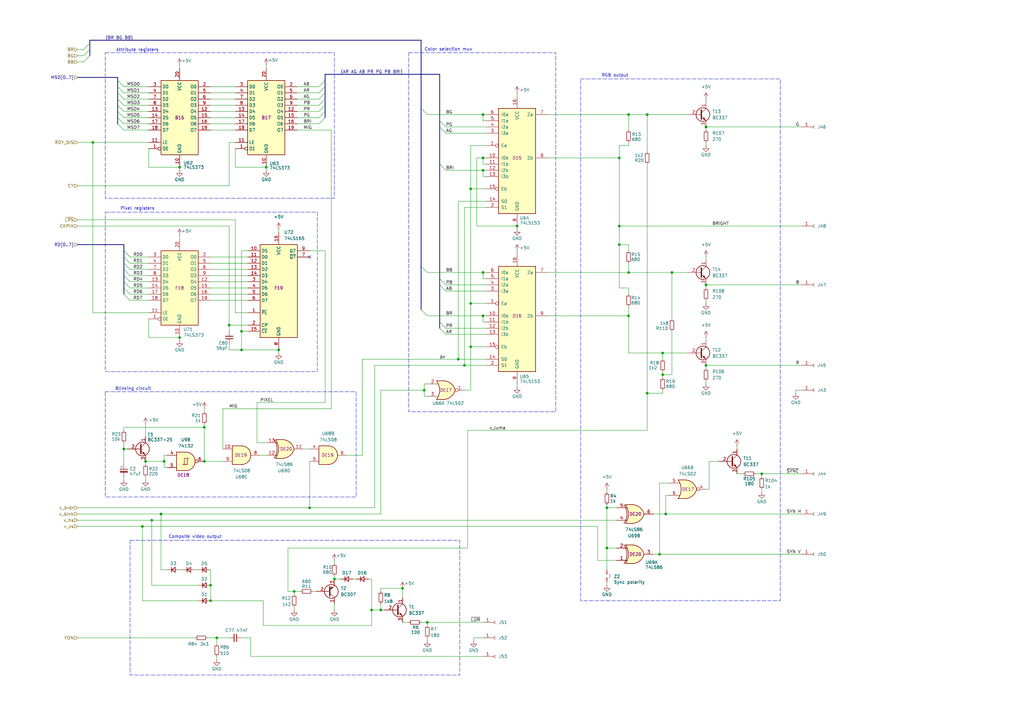
<source format=kicad_sch>
(kicad_sch (version 20231120) (generator "eeschema") (generator_version "8.0")
  (paper "A3")
  (title_block (title "Elwro 800 Junior Rev C - video output") (company "Przemysław Węgrzyn <pwegrzyn@codepainters.com>"))
  (junction (at 66.04 210.82))
  (junction (at 127 208.28))
  (junction (at 275.59 111.76))
  (junction (at 198.12 111.76))
  (junction (at 73.66 138.43))
  (junction (at 257.81 46.99))
  (junction (at 273.05 210.82))
  (junction (at 62.23 213.36))
  (junction (at 175.26 255.27))
  (junction (at 248.92 224.79))
  (junction (at 289.56 116.84))
  (junction (at 193.04 142.24))
  (junction (at 254 64.77))
  (junction (at 67.31 189.23))
  (junction (at 58.42 215.9))
  (junction (at 165.1 241.3))
  (junction (at 193.04 124.46))
  (junction (at 254 100.33))
  (junction (at 99.06 143.51))
  (junction (at 257.81 129.54))
  (junction (at 198.12 64.77))
  (junction (at 99.06 135.89))
  (junction (at 289.56 52.07))
  (junction (at 270.51 227.33))
  (junction (at 83.82 175.26))
  (junction (at 265.43 46.99))
  (junction (at 156.21 250.19))
  (junction (at 187.96 147.32))
  (junction (at 38.1 58.42))
  (junction (at 254 92.71))
  (junction (at 193.04 77.47))
  (junction (at 198.12 129.54))
  (junction (at 271.78 153.67))
  (junction (at 109.22 68.58))
  (junction (at 265.43 161.29))
  (junction (at 114.3 143.51))
  (junction (at 289.56 149.86))
  (junction (at 137.16 237.49))
  (junction (at 212.09 92.71))
  (junction (at 93.98 133.35))
  (junction (at 120.65 242.57))
  (junction (at 86.36 240.03))
  (junction (at 152.4 250.19))
  (junction (at 312.42 194.31))
  (junction (at 190.5 149.86))
  (junction (at 198.12 69.85))
  (junction (at 86.36 246.38))
  (junction (at 73.66 68.58))
  (junction (at 83.82 189.23))
  (junction (at 198.12 46.99))
  (junction (at 59.69 189.23))
  (junction (at 50.8 184.15))
  (junction (at 88.9 261.62))
  (junction (at 248.92 208.28))
  (junction (at 173.99 160.02))
  (junction (at 271.78 144.78))
  (junction (at 257.81 111.76))
  (no_connect (at 127 105.41))
  (bus_entry (at 130.81 38.1) (size 2.54 -2.54))
  (bus_entry (at 130.81 43.18) (size 2.54 -2.54))
  (bus_entry (at 53.34 115.57) (size -2.54 -2.54))
  (bus_entry (at 130.81 50.8) (size 2.54 -2.54))
  (bus_entry (at 48.26 48.26) (size 2.54 2.54))
  (bus_entry (at 130.81 35.56) (size 2.54 -2.54))
  (bus_entry (at 48.26 38.1) (size 2.54 2.54))
  (bus_entry (at 53.34 123.19) (size -2.54 -2.54))
  (bus_entry (at 182.88 137.16) (size -2.54 -2.54))
  (bus_entry (at 172.72 44.45) (size 2.54 2.54))
  (bus_entry (at 48.26 45.72) (size 2.54 2.54))
  (bus_entry (at 182.88 69.85) (size -2.54 -2.54))
  (bus_entry (at 53.34 113.03) (size -2.54 -2.54))
  (bus_entry (at 48.26 50.8) (size 2.54 2.54))
  (bus_entry (at 48.26 40.64) (size 2.54 2.54))
  (bus_entry (at 182.88 116.84) (size -2.54 -2.54))
  (bus_entry (at 182.88 134.62) (size -2.54 -2.54))
  (bus_entry (at 130.81 48.26) (size 2.54 -2.54))
  (bus_entry (at 182.88 52.07) (size -2.54 -2.54))
  (bus_entry (at 172.72 109.22) (size 2.54 2.54))
  (bus_entry (at 53.34 105.41) (size -2.54 -2.54))
  (bus_entry (at 34.29 25.4) (size 2.54 -2.54))
  (bus_entry (at 53.34 118.11) (size -2.54 -2.54))
  (bus_entry (at 53.34 120.65) (size -2.54 -2.54))
  (bus_entry (at 53.34 110.49) (size -2.54 -2.54))
  (bus_entry (at 48.26 33.02) (size 2.54 2.54))
  (bus_entry (at 130.81 40.64) (size 2.54 -2.54))
  (bus_entry (at 182.88 54.61) (size -2.54 -2.54))
  (bus_entry (at 53.34 107.95) (size -2.54 -2.54))
  (bus_entry (at 172.72 127) (size 2.54 2.54))
  (bus_entry (at 182.88 119.38) (size -2.54 -2.54))
  (bus_entry (at 48.26 43.18) (size 2.54 2.54))
  (bus_entry (at 48.26 35.56) (size 2.54 2.54))
  (bus_entry (at 130.81 45.72) (size 2.54 -2.54))
  (bus_entry (at 34.29 20.32) (size 2.54 -2.54))
  (bus_entry (at 34.29 22.86) (size 2.54 -2.54))
  (wire (pts (xy 53.34 120.65) (xy 60.96 120.65)))
  (wire (pts (xy 156.21 241.3) (xy 165.1 241.3)))
  (wire (pts (xy 198.12 72.39) (xy 199.39 72.39)))
  (wire (pts (xy 127 189.23) (xy 127 208.28)))
  (wire (pts (xy 198.12 111.76) (xy 199.39 111.76)))
  (wire (pts (xy 86.36 110.49) (xy 101.6 110.49)))
  (wire (pts (xy 193.04 59.69) (xy 193.04 77.47)))
  (wire (pts (xy 312.42 200.66) (xy 312.42 201.93)))
  (wire (pts (xy 50.8 48.26) (xy 60.96 48.26)))
  (wire (pts (xy 83.82 175.26) (xy 83.82 189.23)))
  (bus (pts (xy 36.83 17.78) (xy 36.83 16.51)))
  (wire (pts (xy 120.65 248.92) (xy 120.65 250.19)))
  (bus (pts (xy 48.26 33.02) (xy 48.26 31.75)))
  (wire (pts (xy 289.56 105.41) (xy 289.56 106.68)))
  (wire (pts (xy 31.75 90.17) (xy 96.52 90.17)))
  (wire (pts (xy 53.34 105.41) (xy 60.96 105.41)))
  (wire (pts (xy 152.4 250.19) (xy 152.4 237.49)))
  (wire (pts (xy 96.52 58.42) (xy 93.98 58.42)))
  (wire (pts (xy 175.26 261.62) (xy 175.26 262.89)))
  (wire (pts (xy 50.8 50.8) (xy 60.96 50.8)))
  (bus (pts (xy 48.26 43.18) (xy 48.26 40.64)))
  (wire (pts (xy 248.92 207.01) (xy 248.92 208.28)))
  (wire (pts (xy 302.26 194.31) (xy 304.8 194.31)))
  (wire (pts (xy 86.36 118.11) (xy 101.6 118.11)))
  (wire (pts (xy 50.8 35.56) (xy 60.96 35.56)))
  (wire (pts (xy 193.04 142.24) (xy 193.04 124.46)))
  (wire (pts (xy 224.79 46.99) (xy 257.81 46.99)))
  (wire (pts (xy 257.81 129.54) (xy 257.81 125.73)))
  (wire (pts (xy 248.92 200.66) (xy 248.92 201.93)))
  (wire (pts (xy 191.77 224.79) (xy 191.77 176.53)))
  (wire (pts (xy 93.98 135.89) (xy 93.98 133.35)))
  (wire (pts (xy 274.32 198.12) (xy 270.51 198.12)))
  (wire (pts (xy 38.1 58.42) (xy 38.1 128.27)))
  (bus (pts (xy 50.8 102.87) (xy 50.8 100.33)))
  (wire (pts (xy 152.4 237.49) (xy 151.13 237.49)))
  (wire (pts (xy 257.81 46.99) (xy 265.43 46.99)))
  (wire (pts (xy 289.56 52.07) (xy 328.93 52.07)))
  (wire (pts (xy 109.22 26.67) (xy 109.22 27.94)))
  (wire (pts (xy 86.36 40.64) (xy 96.52 40.64)))
  (wire (pts (xy 86.36 45.72) (xy 96.52 45.72)))
  (wire (pts (xy 326.39 161.29) (xy 326.39 160.02)))
  (wire (pts (xy 267.97 210.82) (xy 273.05 210.82)))
  (wire (pts (xy 50.8 43.18) (xy 60.96 43.18)))
  (wire (pts (xy 257.81 144.78) (xy 271.78 144.78)))
  (wire (pts (xy 190.5 149.86) (xy 199.39 149.86)))
  (wire (pts (xy 121.92 45.72) (xy 130.81 45.72)))
  (wire (pts (xy 289.56 138.43) (xy 289.56 139.7)))
  (wire (pts (xy 107.95 256.54) (xy 152.4 256.54)))
  (wire (pts (xy 289.56 149.86) (xy 328.93 149.86)))
  (wire (pts (xy 289.56 58.42) (xy 289.56 59.69)))
  (wire (pts (xy 156.21 242.57) (xy 156.21 241.3)))
  (wire (pts (xy 182.88 134.62) (xy 199.39 134.62)))
  (wire (pts (xy 73.66 68.58) (xy 73.66 69.85)))
  (wire (pts (xy 121.92 48.26) (xy 130.81 48.26)))
  (wire (pts (xy 157.48 250.19) (xy 156.21 250.19)))
  (wire (pts (xy 124.46 184.15) (xy 127 184.15)))
  (wire (pts (xy 88.9 269.24) (xy 88.9 270.51)))
  (wire (pts (xy 128.27 242.57) (xy 129.54 242.57)))
  (wire (pts (xy 109.22 181.61) (xy 105.41 181.61)))
  (bus (pts (xy 133.35 30.48) (xy 133.35 33.02)))
  (bus (pts (xy 50.8 115.57) (xy 50.8 113.03)))
  (wire (pts (xy 50.8 184.15) (xy 52.07 184.15)))
  (wire (pts (xy 273.05 210.82) (xy 328.93 210.82)))
  (bus (pts (xy 50.8 105.41) (xy 50.8 102.87)))
  (wire (pts (xy 99.06 135.89) (xy 99.06 143.51)))
  (wire (pts (xy 182.88 137.16) (xy 199.39 137.16)))
  (wire (pts (xy 257.81 53.34) (xy 257.81 46.99)))
  (wire (pts (xy 105.41 181.61) (xy 105.41 165.1)))
  (wire (pts (xy 198.12 132.08) (xy 199.39 132.08)))
  (bus (pts (xy 31.75 31.75) (xy 48.26 31.75)))
  (bus (pts (xy 172.72 109.22) (xy 172.72 127)))
  (wire (pts (xy 152.4 250.19) (xy 156.21 250.19)))
  (wire (pts (xy 270.51 227.33) (xy 328.93 227.33)))
  (wire (pts (xy 102.87 269.24) (xy 198.12 269.24)))
  (bus (pts (xy 180.34 52.07) (xy 180.34 49.53)))
  (wire (pts (xy 83.82 167.64) (xy 83.82 168.91)))
  (wire (pts (xy 91.44 167.64) (xy 91.44 184.15)))
  (wire (pts (xy 190.5 85.09) (xy 199.39 85.09)))
  (wire (pts (xy 60.96 130.81) (xy 60.96 138.43)))
  (bus (pts (xy 180.34 132.08) (xy 180.34 116.84)))
  (wire (pts (xy 257.81 118.11) (xy 254 118.11)))
  (wire (pts (xy 187.96 147.32) (xy 199.39 147.32)))
  (wire (pts (xy 275.59 111.76) (xy 281.94 111.76)))
  (wire (pts (xy 120.65 242.57) (xy 118.11 242.57)))
  (wire (pts (xy 175.26 46.99) (xy 198.12 46.99)))
  (wire (pts (xy 271.78 144.78) (xy 271.78 147.32)))
  (wire (pts (xy 198.12 64.77) (xy 195.58 64.77)))
  (wire (pts (xy 59.69 195.58) (xy 59.69 196.85)))
  (wire (pts (xy 270.51 198.12) (xy 270.51 227.33)))
  (wire (pts (xy 118.11 224.79) (xy 191.77 224.79)))
  (wire (pts (xy 121.92 38.1) (xy 130.81 38.1)))
  (wire (pts (xy 165.1 255.27) (xy 167.64 255.27)))
  (wire (pts (xy 153.67 149.86) (xy 153.67 208.28)))
  (wire (pts (xy 121.92 43.18) (xy 130.81 43.18)))
  (wire (pts (xy 254 92.71) (xy 328.93 92.71)))
  (wire (pts (xy 248.92 238.76) (xy 248.92 240.03)))
  (wire (pts (xy 190.5 160.02) (xy 193.04 160.02)))
  (wire (pts (xy 156.21 210.82) (xy 156.21 160.02)))
  (bus (pts (xy 31.75 100.33) (xy 50.8 100.33)))
  (wire (pts (xy 133.35 102.87) (xy 127 102.87)))
  (wire (pts (xy 274.32 203.2) (xy 273.05 203.2)))
  (wire (pts (xy 175.26 157.48) (xy 173.99 157.48)))
  (wire (pts (xy 31.75 58.42) (xy 38.1 58.42)))
  (wire (pts (xy 257.81 120.65) (xy 257.81 118.11)))
  (bus (pts (xy 50.8 120.65) (xy 50.8 118.11)))
  (wire (pts (xy 199.39 129.54) (xy 198.12 129.54)))
  (wire (pts (xy 53.34 118.11) (xy 60.96 118.11)))
  (wire (pts (xy 194.31 261.62) (xy 194.31 262.89)))
  (wire (pts (xy 99.06 261.62) (xy 102.87 261.62)))
  (wire (pts (xy 137.16 236.22) (xy 137.16 237.49)))
  (wire (pts (xy 289.56 52.07) (xy 289.56 53.34)))
  (wire (pts (xy 156.21 250.19) (xy 156.21 247.65)))
  (wire (pts (xy 195.58 92.71) (xy 212.09 92.71)))
  (wire (pts (xy 31.75 25.4) (xy 34.29 25.4)))
  (wire (pts (xy 289.56 156.21) (xy 289.56 157.48)))
  (wire (pts (xy 302.26 182.88) (xy 302.26 184.15)))
  (wire (pts (xy 289.56 116.84) (xy 328.93 116.84)))
  (wire (pts (xy 107.95 246.38) (xy 86.36 246.38)))
  (wire (pts (xy 199.39 142.24) (xy 193.04 142.24)))
  (wire (pts (xy 59.69 189.23) (xy 59.69 190.5)))
  (wire (pts (xy 91.44 167.64) (xy 135.89 167.64)))
  (bus (pts (xy 50.8 110.49) (xy 50.8 107.95)))
  (wire (pts (xy 53.34 107.95) (xy 60.96 107.95)))
  (wire (pts (xy 173.99 160.02) (xy 173.99 162.56)))
  (wire (pts (xy 326.39 160.02) (xy 328.93 160.02)))
  (wire (pts (xy 212.09 157.48) (xy 212.09 158.75)))
  (wire (pts (xy 137.16 247.65) (xy 137.16 250.19)))
  (wire (pts (xy 96.52 68.58) (xy 109.22 68.58)))
  (wire (pts (xy 182.88 69.85) (xy 198.12 69.85)))
  (wire (pts (xy 257.81 59.69) (xy 254 59.69)))
  (bus (pts (xy 36.83 16.51) (xy 172.72 16.51)))
  (wire (pts (xy 60.96 138.43) (xy 73.66 138.43)))
  (wire (pts (xy 86.36 53.34) (xy 96.52 53.34)))
  (wire (pts (xy 106.68 186.69) (xy 109.22 186.69)))
  (wire (pts (xy 38.1 58.42) (xy 60.96 58.42)))
  (wire (pts (xy 88.9 261.62) (xy 93.98 261.62)))
  (wire (pts (xy 252.73 208.28) (xy 248.92 208.28)))
  (wire (pts (xy 275.59 111.76) (xy 275.59 130.81)))
  (wire (pts (xy 290.83 189.23) (xy 294.64 189.23)))
  (bus (pts (xy 50.8 113.03) (xy 50.8 110.49)))
  (wire (pts (xy 265.43 46.99) (xy 281.94 46.99)))
  (wire (pts (xy 182.88 52.07) (xy 199.39 52.07)))
  (wire (pts (xy 73.66 233.68) (xy 74.93 233.68)))
  (bus (pts (xy 48.26 35.56) (xy 48.26 33.02)))
  (wire (pts (xy 173.99 157.48) (xy 173.99 160.02)))
  (bus (pts (xy 48.26 38.1) (xy 48.26 35.56)))
  (wire (pts (xy 121.92 40.64) (xy 130.81 40.64)))
  (wire (pts (xy 50.8 195.58) (xy 50.8 196.85)))
  (wire (pts (xy 93.98 140.97) (xy 93.98 143.51)))
  (wire (pts (xy 67.31 186.69) (xy 68.58 186.69)))
  (wire (pts (xy 187.96 147.32) (xy 187.96 82.55)))
  (wire (pts (xy 199.39 59.69) (xy 193.04 59.69)))
  (wire (pts (xy 199.39 69.85) (xy 198.12 69.85)))
  (bus (pts (xy 50.8 107.95) (xy 50.8 105.41)))
  (wire (pts (xy 86.36 50.8) (xy 96.52 50.8)))
  (wire (pts (xy 254 92.71) (xy 254 100.33)))
  (wire (pts (xy 73.66 138.43) (xy 73.66 139.7)))
  (wire (pts (xy 254 118.11) (xy 254 100.33)))
  (wire (pts (xy 59.69 189.23) (xy 67.31 189.23)))
  (wire (pts (xy 31.75 210.82) (xy 66.04 210.82)))
  (wire (pts (xy 31.75 76.2) (xy 93.98 76.2)))
  (wire (pts (xy 212.09 104.14) (xy 212.09 102.87)))
  (wire (pts (xy 109.22 68.58) (xy 109.22 69.85)))
  (wire (pts (xy 148.59 147.32) (xy 148.59 186.69)))
  (wire (pts (xy 86.36 105.41) (xy 101.6 105.41)))
  (wire (pts (xy 187.96 147.32) (xy 148.59 147.32)))
  (wire (pts (xy 86.36 240.03) (xy 86.36 233.68)))
  (wire (pts (xy 257.81 111.76) (xy 257.81 107.95)))
  (wire (pts (xy 254 100.33) (xy 257.81 100.33)))
  (bus (pts (xy 180.34 67.31) (xy 180.34 52.07)))
  (wire (pts (xy 254 64.77) (xy 254 92.71)))
  (wire (pts (xy 53.34 110.49) (xy 60.96 110.49)))
  (wire (pts (xy 248.92 224.79) (xy 248.92 233.68)))
  (wire (pts (xy 38.1 128.27) (xy 60.96 128.27)))
  (wire (pts (xy 86.36 123.19) (xy 101.6 123.19)))
  (wire (pts (xy 60.96 68.58) (xy 73.66 68.58)))
  (wire (pts (xy 271.78 153.67) (xy 275.59 153.67)))
  (wire (pts (xy 50.8 181.61) (xy 50.8 184.15)))
  (wire (pts (xy 257.81 102.87) (xy 257.81 100.33)))
  (wire (pts (xy 309.88 194.31) (xy 312.42 194.31)))
  (wire (pts (xy 193.04 77.47) (xy 199.39 77.47)))
  (bus (pts (xy 133.35 33.02) (xy 133.35 35.56)))
  (wire (pts (xy 86.36 120.65) (xy 101.6 120.65)))
  (wire (pts (xy 86.36 43.18) (xy 96.52 43.18)))
  (wire (pts (xy 289.56 123.19) (xy 289.56 124.46)))
  (wire (pts (xy 53.34 113.03) (xy 60.96 113.03)))
  (wire (pts (xy 271.78 153.67) (xy 271.78 154.94)))
  (wire (pts (xy 254 59.69) (xy 254 64.77)))
  (wire (pts (xy 144.78 237.49) (xy 146.05 237.49)))
  (wire (pts (xy 93.98 143.51) (xy 99.06 143.51)))
  (wire (pts (xy 198.12 114.3) (xy 199.39 114.3)))
  (wire (pts (xy 289.56 40.64) (xy 289.56 41.91)))
  (wire (pts (xy 175.26 111.76) (xy 198.12 111.76)))
  (wire (pts (xy 224.79 64.77) (xy 254 64.77)))
  (wire (pts (xy 96.52 128.27) (xy 96.52 90.17)))
  (wire (pts (xy 62.23 213.36) (xy 252.73 213.36)))
  (wire (pts (xy 265.43 161.29) (xy 265.43 176.53)))
  (wire (pts (xy 99.06 135.89) (xy 101.6 135.89)))
  (wire (pts (xy 199.39 49.53) (xy 198.12 49.53)))
  (wire (pts (xy 224.79 111.76) (xy 257.81 111.76)))
  (wire (pts (xy 73.66 26.67) (xy 73.66 27.94)))
  (wire (pts (xy 257.81 111.76) (xy 275.59 111.76)))
  (bus (pts (xy 133.35 38.1) (xy 133.35 40.64)))
  (wire (pts (xy 102.87 261.62) (xy 102.87 269.24)))
  (wire (pts (xy 148.59 186.69) (xy 142.24 186.69)))
  (wire (pts (xy 118.11 242.57) (xy 118.11 224.79)))
  (bus (pts (xy 48.26 45.72) (xy 48.26 43.18)))
  (wire (pts (xy 252.73 224.79) (xy 248.92 224.79)))
  (wire (pts (xy 175.26 255.27) (xy 198.12 255.27)))
  (wire (pts (xy 99.06 102.87) (xy 99.06 135.89)))
  (wire (pts (xy 60.96 60.96) (xy 60.96 68.58)))
  (bus (pts (xy 50.8 118.11) (xy 50.8 115.57)))
  (bus (pts (xy 36.83 20.32) (xy 36.83 17.78)))
  (wire (pts (xy 53.34 115.57) (xy 60.96 115.57)))
  (wire (pts (xy 86.36 38.1) (xy 96.52 38.1)))
  (wire (pts (xy 271.78 144.78) (xy 281.94 144.78)))
  (wire (pts (xy 273.05 203.2) (xy 273.05 210.82)))
  (bus (pts (xy 133.35 40.64) (xy 133.35 43.18)))
  (wire (pts (xy 31.75 213.36) (xy 62.23 213.36)))
  (wire (pts (xy 121.92 53.34) (xy 135.89 53.34)))
  (bus (pts (xy 180.34 30.48) (xy 180.34 49.53)))
  (wire (pts (xy 86.36 35.56) (xy 96.52 35.56)))
  (wire (pts (xy 59.69 173.99) (xy 59.69 179.07)))
  (wire (pts (xy 50.8 38.1) (xy 60.96 38.1)))
  (wire (pts (xy 31.75 261.62) (xy 80.01 261.62)))
  (wire (pts (xy 58.42 215.9) (xy 31.75 215.9)))
  (bus (pts (xy 172.72 44.45) (xy 172.72 109.22)))
  (wire (pts (xy 68.58 233.68) (xy 66.04 233.68)))
  (bus (pts (xy 36.83 22.86) (xy 36.83 20.32)))
  (bus (pts (xy 133.35 45.72) (xy 133.35 48.26)))
  (wire (pts (xy 86.36 113.03) (xy 101.6 113.03)))
  (wire (pts (xy 31.75 92.71) (xy 93.98 92.71)))
  (wire (pts (xy 50.8 40.64) (xy 60.96 40.64)))
  (wire (pts (xy 67.31 191.77) (xy 68.58 191.77)))
  (wire (pts (xy 31.75 208.28) (xy 127 208.28)))
  (wire (pts (xy 198.12 64.77) (xy 199.39 64.77)))
  (wire (pts (xy 190.5 149.86) (xy 153.67 149.86)))
  (wire (pts (xy 50.8 53.34) (xy 60.96 53.34)))
  (wire (pts (xy 121.92 35.56) (xy 130.81 35.56)))
  (wire (pts (xy 193.04 77.47) (xy 193.04 124.46)))
  (wire (pts (xy 99.06 143.51) (xy 114.3 143.51)))
  (wire (pts (xy 123.19 242.57) (xy 120.65 242.57)))
  (wire (pts (xy 66.04 210.82) (xy 156.21 210.82)))
  (wire (pts (xy 271.78 160.02) (xy 271.78 161.29)))
  (wire (pts (xy 50.8 190.5) (xy 50.8 184.15)))
  (wire (pts (xy 93.98 133.35) (xy 93.98 92.71)))
  (wire (pts (xy 101.6 133.35) (xy 93.98 133.35)))
  (wire (pts (xy 198.12 46.99) (xy 199.39 46.99)))
  (wire (pts (xy 83.82 189.23) (xy 91.44 189.23)))
  (wire (pts (xy 114.3 93.98) (xy 114.3 95.25)))
  (wire (pts (xy 67.31 189.23) (xy 67.31 191.77)))
  (wire (pts (xy 289.56 149.86) (xy 289.56 151.13)))
  (wire (pts (xy 257.81 144.78) (xy 257.81 129.54)))
  (wire (pts (xy 312.42 194.31) (xy 328.93 194.31)))
  (bus (pts (xy 133.35 43.18) (xy 133.35 45.72)))
  (wire (pts (xy 50.8 176.53) (xy 50.8 175.26)))
  (wire (pts (xy 182.88 116.84) (xy 199.39 116.84)))
  (wire (pts (xy 86.36 48.26) (xy 96.52 48.26)))
  (wire (pts (xy 165.1 241.3) (xy 165.1 245.11)))
  (wire (pts (xy 271.78 161.29) (xy 265.43 161.29)))
  (bus (pts (xy 133.35 30.48) (xy 180.34 30.48)))
  (wire (pts (xy 137.16 237.49) (xy 139.7 237.49)))
  (wire (pts (xy 198.12 49.53) (xy 198.12 46.99)))
  (wire (pts (xy 58.42 215.9) (xy 58.42 246.38)))
  (wire (pts (xy 199.39 67.31) (xy 198.12 67.31)))
  (wire (pts (xy 62.23 213.36) (xy 62.23 240.03)))
  (wire (pts (xy 50.8 175.26) (xy 83.82 175.26)))
  (wire (pts (xy 245.11 229.87) (xy 245.11 215.9)))
  (wire (pts (xy 50.8 45.72) (xy 60.96 45.72)))
  (wire (pts (xy 312.42 194.31) (xy 312.42 195.58)))
  (wire (pts (xy 257.81 58.42) (xy 257.81 59.69)))
  (wire (pts (xy 289.56 200.66) (xy 290.83 200.66)))
  (wire (pts (xy 289.56 116.84) (xy 289.56 118.11)))
  (wire (pts (xy 252.73 229.87) (xy 245.11 229.87)))
  (wire (pts (xy 191.77 176.53) (xy 265.43 176.53)))
  (wire (pts (xy 137.16 229.87) (xy 137.16 231.14)))
  (wire (pts (xy 80.01 233.68) (xy 81.28 233.68)))
  (wire (pts (xy 265.43 62.23) (xy 265.43 46.99)))
  (bus (pts (xy 48.26 48.26) (xy 48.26 45.72)))
  (wire (pts (xy 66.04 210.82) (xy 66.04 233.68)))
  (wire (pts (xy 101.6 128.27) (xy 96.52 128.27)))
  (wire (pts (xy 93.98 58.42) (xy 93.98 76.2)))
  (wire (pts (xy 121.92 50.8) (xy 130.81 50.8)))
  (wire (pts (xy 152.4 250.19) (xy 152.4 256.54)))
  (wire (pts (xy 187.96 82.55) (xy 199.39 82.55)))
  (bus (pts (xy 172.72 16.51) (xy 172.72 44.45)))
  (wire (pts (xy 198.12 67.31) (xy 198.12 64.77)))
  (wire (pts (xy 96.52 60.96) (xy 96.52 68.58)))
  (bus (pts (xy 48.26 40.64) (xy 48.26 38.1)))
  (wire (pts (xy 156.21 160.02) (xy 173.99 160.02)))
  (bus (pts (xy 133.35 35.56) (xy 133.35 38.1)))
  (wire (pts (xy 173.99 162.56) (xy 175.26 162.56)))
  (wire (pts (xy 53.34 123.19) (xy 60.96 123.19)))
  (wire (pts (xy 198.12 261.62) (xy 194.31 261.62)))
  (wire (pts (xy 67.31 189.23) (xy 67.31 186.69)))
  (wire (pts (xy 267.97 227.33) (xy 270.51 227.33)))
  (wire (pts (xy 86.36 107.95) (xy 101.6 107.95)))
  (wire (pts (xy 105.41 165.1) (xy 133.35 165.1)))
  (wire (pts (xy 290.83 200.66) (xy 290.83 189.23)))
  (wire (pts (xy 31.75 22.86) (xy 34.29 22.86)))
  (wire (pts (xy 133.35 165.1) (xy 133.35 102.87)))
  (wire (pts (xy 81.28 240.03) (xy 62.23 240.03)))
  (bus (pts (xy 180.34 116.84) (xy 180.34 114.3)))
  (wire (pts (xy 190.5 85.09) (xy 190.5 149.86)))
  (wire (pts (xy 86.36 115.57) (xy 101.6 115.57)))
  (bus (pts (xy 48.26 50.8) (xy 48.26 48.26)))
  (wire (pts (xy 198.12 111.76) (xy 198.12 114.3)))
  (wire (pts (xy 85.09 261.62) (xy 88.9 261.62)))
  (wire (pts (xy 135.89 167.64) (xy 135.89 53.34)))
  (wire (pts (xy 86.36 240.03) (xy 86.36 246.38)))
  (wire (pts (xy 107.95 246.38) (xy 107.95 256.54)))
  (wire (pts (xy 175.26 129.54) (xy 198.12 129.54)))
  (wire (pts (xy 198.12 129.54) (xy 198.12 132.08)))
  (bus (pts (xy 180.34 134.62) (xy 180.34 132.08)))
  (wire (pts (xy 31.75 20.32) (xy 34.29 20.32)))
  (wire (pts (xy 245.11 215.9) (xy 58.42 215.9)))
  (wire (pts (xy 83.82 173.99) (xy 83.82 175.26)))
  (wire (pts (xy 182.88 54.61) (xy 199.39 54.61)))
  (wire (pts (xy 175.26 255.27) (xy 175.26 256.54)))
  (wire (pts (xy 114.3 143.51) (xy 114.3 144.78)))
  (wire (pts (xy 73.66 96.52) (xy 73.66 97.79)))
  (wire (pts (xy 248.92 208.28) (xy 248.92 224.79)))
  (wire (pts (xy 88.9 261.62) (xy 88.9 264.16)))
  (wire (pts (xy 182.88 119.38) (xy 199.39 119.38)))
  (wire (pts (xy 101.6 102.87) (xy 99.06 102.87)))
  (wire (pts (xy 265.43 67.31) (xy 265.43 161.29)))
  (wire (pts (xy 224.79 129.54) (xy 257.81 129.54)))
  (wire (pts (xy 195.58 64.77) (xy 195.58 92.71)))
  (wire (pts (xy 198.12 69.85) (xy 198.12 72.39)))
  (wire (pts (xy 193.04 124.46) (xy 199.39 124.46)))
  (wire (pts (xy 172.72 255.27) (xy 175.26 255.27)))
  (wire (pts (xy 193.04 160.02) (xy 193.04 142.24)))
  (wire (pts (xy 212.09 38.1) (xy 212.09 39.37)))
  (wire (pts (xy 275.59 153.67) (xy 275.59 135.89)))
  (wire (pts (xy 153.67 208.28) (xy 127 208.28)))
  (wire (pts (xy 81.28 246.38) (xy 58.42 246.38)))
  (wire (pts (xy 271.78 152.4) (xy 271.78 153.67)))
  (bus (pts (xy 180.34 114.3) (xy 180.34 67.31)))
  (wire (pts (xy 212.09 92.71) (xy 212.09 93.98)))
  (wire (pts (xy 120.65 242.57) (xy 120.65 243.84)))
  (rectangle (start 238.125 32.385) (end 320.04 246.38) (stroke (width 0) (type dash)))
  (rectangle (start 53.34 221.615) (end 188.595 276.86) (stroke (width 0) (type dash)))
  (rectangle (start 43.18 160.655) (end 146.05 203.835) (stroke (width 0) (type dash)))
  (rectangle (start 43.18 21.59) (end 137.16 81.28) (stroke (width 0) (type dash)))
  (rectangle (start 43.18 86.995) (end 130.175 152.4) (stroke (width 0) (type dash)))
  (rectangle (start 167.64 21.59) (end 227.965 168.91) (stroke (width 0) (type dash)))
  (text "Blinking circuit" (at 54.61 159.512 0) (effects (font (size 1.27 1.27))))
  (text "RGB output" (at 252.222 30.988 0) (effects (font (size 1.27 1.27))))
  (text "Compsite video output" (at 80.01 220.218 0) (effects (font (size 1.27 1.27))))
  (text "Attribute registers" (at 56.388 20.574 0) (effects (font (size 1.27 1.27))))
  (text "Pixel registers" (at 56.388 85.598 0) (effects (font (size 1.27 1.27))))
  (text "Color selection mux" (at 183.896 20.32 0) (effects (font (size 1.27 1.27))))
  (label "AR" (at 124.46 38.1 0))
  (label "G" (at 326.39 52.07 0))
  (label "PR" (at 182.88 134.62 0))
  (label "~{SYNC}" (at 322.58 194.31 0))
  (label "RD7" (at 54.61 123.19 0))
  (label "AB" (at 124.46 35.56 0))
  (label "RD5" (at 54.61 118.11 0))
  (label "MIG" (at 93.98 167.64 0))
  (label "MSD2" (at 52.07 40.64 0))
  (label "B" (at 326.39 116.84 0))
  (label "RD3" (at 54.61 113.03 0))
  (label "RD2" (at 54.61 110.49 0))
  (label "BRI" (at 182.88 69.85 0))
  (label "SYN V" (at 322.58 227.33 0))
  (label "AG" (at 124.46 40.64 0))
  (label "AG" (at 182.88 54.61 0))
  (label "{AR AG AB PR PG PB BRI}" (at 139.7 30.48 0))
  (label "MSD0" (at 52.07 35.56 0))
  (label "MSD6" (at 52.07 50.8 0))
  (label "PIXEL" (at 106.68 165.1 0))
  (label "MSD7" (at 52.07 53.34 0))
  (label "{BR BG BB}" (at 43.18 16.51 0))
  (label "MSD5" (at 52.07 48.26 0))
  (label "RD4" (at 54.61 115.57 0))
  (label "BR" (at 182.88 129.54 0))
  (label "RD0" (at 54.61 105.41 0))
  (label "AR" (at 182.88 137.16 0))
  (label "MIG" (at 124.46 53.34 0))
  (label "v_luma" (at 200.66 176.53 0))
  (label "MSD3" (at 52.07 43.18 0))
  (label "R" (at 326.39 149.86 0))
  (label "PB" (at 124.46 43.18 0))
  (label "BRIGHT" (at 292.1 92.71 0))
  (label "BB" (at 182.88 111.76 0))
  (label "RD1" (at 54.61 107.95 0))
  (label "PB" (at 182.88 116.84 0))
  (label "BG" (at 182.88 46.99 0))
  (label "~{LUM}" (at 193.04 255.27 0))
  (label "AB" (at 182.88 119.38 0))
  (label "PG" (at 124.46 48.26 0))
  (label "PR" (at 124.46 45.72 0))
  (label "MSD1" (at 52.07 38.1 0))
  (label "SYN H" (at 322.58 210.82 0))
  (label "BRI" (at 124.46 50.8 0))
  (label "px" (at 180.34 147.32 0))
  (label "PG" (at 182.88 52.07 0))
  (label "MSD4" (at 52.07 45.72 0))
  (label "RD6" (at 54.61 120.65 0))
  (hierarchical_label "CY" (shape input) (at 31.75 76.2 180))
  (hierarchical_label "RDY_DIS" (shape input) (at 31.75 58.42 180))
  (hierarchical_label "RD[0..7]" (shape input) (at 31.75 100.33 180))
  (hierarchical_label "CKPIX" (shape input) (at 31.75 92.71 180))
  (hierarchical_label "v_blnk" (shape input) (at 31.75 210.82 180))
  (hierarchical_label "~{LRS}" (shape input) (at 31.75 90.17 180))
  (hierarchical_label "MSD[0..7]" (shape input) (at 31.75 31.75 180))
  (hierarchical_label "v_vs" (shape input) (at 31.75 215.9 180))
  (hierarchical_label "BB" (shape input) (at 31.75 25.4 180))
  (hierarchical_label "v_hs" (shape input) (at 31.75 213.36 180))
  (hierarchical_label "BR" (shape input) (at 31.75 20.32 180))
  (hierarchical_label "v_brdr" (shape input) (at 31.75 208.28 180))
  (hierarchical_label "BG" (shape input) (at 31.75 22.86 180))
  (hierarchical_label "FON" (shape input) (at 31.75 261.62 180))
  (symbol (lib_id "Device:D_Small") (at 148.59 237.49 0) (unit 1)
    (property "Reference" "D16" (at 148.59 234.95 0))
    (property "Value" "BAVP10" (effects (hide yes)))
    (property "Footprint" "e800j_custom:DO35_400" (effects (hide yes)))
    (property "Description" "Diode, small symbol" (effects (hide yes)))
    (property "Sim.Device" "D" (effects (hide yes)))
    (property "Sim.Pins" "1=K 2=A" (effects (hide yes)))
  )
  (symbol (lib_id "Device:R_Small") (at 59.69 193.04 180) (unit 1)
    (property "Reference" "R22" (at 60.96 192.278 0) (effects (justify right)))
    (property "Value" "220" (at 60.96 194.31 0) (effects (justify right)))
    (property "Footprint" "e800j_custom:r_400" (effects (hide yes)))
    (property "Description" "Resistor, small symbol" (effects (hide yes)))
    (property "OrigValue" "215" (effects (hide yes)))
  )
  (symbol (lib_id "power:GND") (at 289.56 124.46 0) (unit 1)
    (property "Reference" "#PWR0134" (effects (hide yes)))
    (property "Value" "GND" (at 289.56 128.27 0))
    (property "Description" "Power symbol creates a global label with name \"GND\" , ground" (effects (hide yes)))
  )
  (symbol (lib_id "power:GND") (at 248.92 240.03 0) (unit 1)
    (property "Reference" "#PWR0140" (effects (hide yes)))
    (property "Value" "GND" (at 248.92 243.84 0))
    (property "Description" "Power symbol creates a global label with name \"GND\" , ground" (effects (hide yes)))
  )
  (symbol (lib_id "Device:D_Small") (at 77.47 233.68 0) (unit 1)
    (property "Reference" "D4" (at 77.47 231.14 0))
    (property "Value" "BAVP10" (effects (hide yes)))
    (property "Footprint" "e800j_custom:DO35_400" (effects (hide yes)))
    (property "Description" "Diode, small symbol" (effects (hide yes)))
    (property "Sim.Device" "D" (effects (hide yes)))
    (property "Sim.Pins" "1=K 2=A" (effects (hide yes)))
  )
  (symbol (lib_id "Device:R_Small") (at 307.34 194.31 90) (unit 1)
    (property "Reference" "R105" (at 307.34 196.342 90))
    (property "Value" "180" (at 307.34 198.374 90))
    (property "Footprint" "e800j_custom:r_400" (effects (hide yes)))
    (property "Description" "Resistor, small symbol" (effects (hide yes)))
    (property "OrigValue" "178" (effects (hide yes)))
  )
  (symbol (lib_id "power:+5V") (at 73.66 96.52 0) (unit 1)
    (property "Reference" "#PWR0126" (effects (hide yes)))
    (property "Value" "+5V" (at 76.454 94.742 0))
    (property "Description" "Power symbol creates a global label with name \"+5V\"" (effects (hide yes)))
  )
  (symbol (lib_id "74xx:74LS373") (at 73.66 48.26 0) (unit 1)
    (property "Reference" "U62" (at 75.184 66.802 0) (effects (justify left)))
    (property "Value" "74LS373" (at 75.184 68.58 0) (effects (justify left)))
    (property "Footprint" "e800j_custom:DIP20_300" (effects (hide yes)))
    (property "Datasheet" "http://www.ti.com/lit/gpn/sn74LS373" (effects (hide yes)))
    (property "Description" "8-bit Latch, 3-state outputs" (effects (hide yes)))
    (property "OrigRef" "B16" (at 73.66 48.26 0))
    (property "OrigType" "К555ИР22" (effects (hide yes)))
  )
  (symbol (lib_id "Device:D_Small") (at 83.82 233.68 0) (unit 1)
    (property "Reference" "D5" (at 83.82 231.14 0))
    (property "Value" "BAVP10" (effects (hide yes)))
    (property "Footprint" "e800j_custom:DO35_400" (effects (hide yes)))
    (property "Description" "Diode, small symbol" (effects (hide yes)))
    (property "Sim.Device" "D" (effects (hide yes)))
    (property "Sim.Pins" "1=K 2=A" (effects (hide yes)))
  )
  (symbol (lib_id "Device:R_Small") (at 257.81 123.19 0) (unit 1)
    (property "Reference" "R14" (at 258.826 122.174 0) (effects (justify left)))
    (property "Value" "680" (at 258.826 124.206 0) (effects (justify left)))
    (property "Footprint" "e800j_custom:r_400" (effects (hide yes)))
    (property "Description" "Resistor, small symbol" (effects (hide yes)))
    (property "OrigValue" "681" (effects (hide yes)))
  )
  (symbol (lib_id "power:GND") (at 137.16 250.19 0) (mirror y) (unit 1)
    (property "Reference" "#PWR0146" (effects (hide yes)))
    (property "Value" "GND" (at 137.16 254 0))
    (property "Description" "Power symbol creates a global label with name \"GND\" , ground" (effects (hide yes)))
  )
  (symbol (lib_id "power:+5V") (at 289.56 105.41 0) (unit 1)
    (property "Reference" "#PWR0133" (effects (hide yes)))
    (property "Value" "+5V" (at 289.56 100.33 0))
    (property "Description" "Power symbol creates a global label with name \"+5V\"" (effects (hide yes)))
  )
  (symbol (lib_id "Device:R_Small") (at 170.18 255.27 270) (unit 1)
    (property "Reference" "R6" (at 170.434 257.302 90))
    (property "Value" "100" (at 170.434 259.334 90))
    (property "Footprint" "e800j_custom:r_400" (effects (hide yes)))
    (property "Description" "Resistor, small symbol" (effects (hide yes)))
  )
  (symbol (lib_id "Device:R_Small") (at 271.78 149.86 0) (unit 1)
    (property "Reference" "R18" (at 266.446 148.844 0) (effects (justify left)))
    (property "Value" "1k2" (at 265.938 150.876 0) (effects (justify left)))
    (property "Footprint" "e800j_custom:r_400" (effects (hide yes)))
    (property "Description" "Resistor, small symbol" (effects (hide yes)))
    (property "OrigValue" "1k21" (effects (hide yes)))
  )
  (symbol (lib_id "74xx:74LS08") (at 99.06 186.69 0) (mirror x) (unit 3)
    (property "Reference" "U68" (at 99.0517 195.58 0))
    (property "Value" "74LS08" (at 99.0517 193.04 0))
    (property "Footprint" "e800j_custom:DIP14_300" (effects (hide yes)))
    (property "Datasheet" "http://www.ti.com/lit/gpn/sn74LS08" (effects (hide yes)))
    (property "Description" "Quad And2" (effects (hide yes)))
    (property "OrigRef" "DE19" (at 98.806 186.69 0))
    (property "OrigType" "UCY74LS08N" (effects (hide yes)))
  )
  (symbol (lib_id "74xx:74LS08") (at 134.62 186.69 0) (unit 2)
    (property "Reference" "U68" (at 134.6117 177.8 0))
    (property "Value" "74LS08" (at 134.6117 180.34 0))
    (property "Footprint" "e800j_custom:DIP14_300" (effects (hide yes)))
    (property "Datasheet" "http://www.ti.com/lit/gpn/sn74LS08" (effects (hide yes)))
    (property "Description" "Quad And2" (effects (hide yes)))
    (property "OrigRef" "DE19" (at 134.366 186.69 0))
    (property "OrigType" "UCY74LS08N" (effects (hide yes)))
  )
  (symbol (lib_id "Device:R_Small") (at 289.56 55.88 180) (unit 1)
    (property "Reference" "R107" (at 292.1 54.6099 0) (effects (justify right)))
    (property "Value" "270" (at 292.1 57.1499 0) (effects (justify right)))
    (property "Footprint" "e800j_custom:r_400" (effects (hide yes)))
    (property "Description" "Resistor, small symbol" (effects (hide yes)))
    (property "OrigValue" "261" (effects (hide yes)))
  )
  (symbol (lib_id "74xx:74LS02") (at 281.94 200.66 0) (unit 2)
    (property "Reference" "U66" (at 281.94 191.77 0))
    (property "Value" "74LS02" (at 281.94 194.31 0))
    (property "Footprint" "e800j_custom:DIP14_300" (effects (hide yes)))
    (property "Datasheet" "http://www.ti.com/lit/gpn/sn74ls02" (effects (hide yes)))
    (property "Description" "quad 2-input NOR gate" (effects (hide yes)))
    (property "OrigRef" "DE17" (at 282.194 200.66 0))
    (property "OrigType" "UCY74LS02N" (effects (hide yes)))
  )
  (symbol (lib_id "Device:R_Small") (at 289.56 120.65 180) (unit 1)
    (property "Reference" "R108" (at 292.1 119.3799 0) (effects (justify right)))
    (property "Value" "270" (at 292.1 121.9199 0) (effects (justify right)))
    (property "Footprint" "e800j_custom:r_400" (effects (hide yes)))
    (property "Description" "Resistor, small symbol" (effects (hide yes)))
    (property "OrigValue" "261" (effects (hide yes)))
  )
  (symbol (lib_id "Transistor_BJT:BC337") (at 299.72 189.23 0) (unit 1)
    (property "Reference" "T11" (at 304.8 187.9599 0) (effects (justify left)))
    (property "Value" "BC337" (at 304.8 190.4999 0) (effects (justify left)))
    (property "Footprint" "e800j_custom:TO-92" (effects (hide yes)))
    (property "Datasheet" "https://diotec.com/tl_files/diotec/files/pdf/datasheets/bc337.pdf" (effects (hide yes)))
    (property "Description" "0.8A Ic, 45V Vce, NPN Transistor, TO-92" (effects (hide yes)))
  )
  (symbol (lib_id "power:GND") (at 312.42 201.93 0) (unit 1)
    (property "Reference" "#PWR0143" (effects (hide yes)))
    (property "Value" "GND" (at 312.42 205.74 0))
    (property "Description" "Power symbol creates a global label with name \"GND\" , ground" (effects (hide yes)))
  )
  (symbol (lib_id "Device:R_Small") (at 125.73 242.57 90) (mirror x) (unit 1)
    (property "Reference" "R11" (at 125.73 240.538 90))
    (property "Value" "680" (at 125.73 238.506 90))
    (property "Footprint" "e800j_custom:r_400" (effects (hide yes)))
    (property "Description" "Resistor, small symbol" (effects (hide yes)))
    (property "OrigValue" "681" (effects (hide yes)))
  )
  (symbol (lib_id "Device:R_Small") (at 265.43 64.77 180) (unit 1)
    (property "Reference" "R20" (at 264.16 65.786 0) (effects (justify left)))
    (property "Value" "1k2" (at 263.906 63.754 0) (effects (justify left)))
    (property "Footprint" "e800j_custom:r_400" (effects (hide yes)))
    (property "Description" "Resistor, small symbol" (effects (hide yes)))
    (property "OrigValue" "1k21" (effects (hide yes)))
  )
  (symbol (lib_id "74xx:74LS373") (at 73.66 118.11 0) (unit 1)
    (property "Reference" "U71" (at 75.184 135.128 0) (effects (justify left)))
    (property "Value" "74LS373" (at 75.184 137.414 0) (effects (justify left)))
    (property "Footprint" "e800j_custom:DIP20_300" (effects (hide yes)))
    (property "Datasheet" "http://www.ti.com/lit/gpn/sn74LS373" (effects (hide yes)))
    (property "Description" "8-bit Latch, 3-state outputs" (effects (hide yes)))
    (property "OrigRef" "F18" (at 73.66 118.11 0))
    (property "OrigType" "К555ИР22" (effects (hide yes)))
  )
  (symbol (lib_id "74xx:74LS373") (at 109.22 48.26 0) (unit 1)
    (property "Reference" "U63" (at 110.49 67.056 0) (effects (justify left)))
    (property "Value" "74LS373" (at 110.49 68.834 0) (effects (justify left)))
    (property "Footprint" "e800j_custom:DIP20_300" (effects (hide yes)))
    (property "Datasheet" "http://www.ti.com/lit/gpn/sn74LS373" (effects (hide yes)))
    (property "Description" "8-bit Latch, 3-state outputs" (effects (hide yes)))
    (property "OrigRef" "B17" (at 109.22 48.26 0))
    (property "OrigType" "К555ИР22" (effects (hide yes)))
  )
  (symbol (lib_id "power:GND") (at 289.56 59.69 0) (unit 1)
    (property "Reference" "#PWR0136" (effects (hide yes)))
    (property "Value" "GND" (at 289.56 63.5 0))
    (property "Description" "Power symbol creates a global label with name \"GND\" , ground" (effects (hide yes)))
  )
  (symbol (lib_id "power:GND") (at 73.66 69.85 0) (unit 1)
    (property "Reference" "#PWR0116" (effects (hide yes)))
    (property "Value" "GND" (at 73.66 73.66 0))
    (property "Description" "Power symbol creates a global label with name \"GND\" , ground" (effects (hide yes)))
  )
  (symbol (lib_id "Device:R_Small") (at 248.92 204.47 180) (unit 1)
    (property "Reference" "R4" (at 250.19 203.454 0) (effects (justify right)))
    (property "Value" "1k" (at 250.19 205.486 0) (effects (justify right)))
    (property "Footprint" "e800j_custom:r_400" (effects (hide yes)))
    (property "Description" "Resistor, small symbol" (effects (hide yes)))
  )
  (symbol (lib_id "power:GND") (at 59.69 196.85 0) (unit 1)
    (property "Reference" "#PWR0118" (effects (hide yes)))
    (property "Value" "GND" (at 59.69 200.66 0))
    (property "Description" "Power symbol creates a global label with name \"GND\" , ground" (effects (hide yes)))
  )
  (symbol (lib_id "Connector:Conn_01x01_Socket") (at 334.01 92.71 0) (unit 1)
    (property "Reference" "J48" (at 335.28 92.7099 0) (effects (justify left)))
    (property "Value" "Conn_01x01_Socket" (effects (hide yes)))
    (property "Footprint" "e800j_custom:pin" (effects (hide yes)))
    (property "Description" "Generic connector, single row, 01x01, script generated" (effects (hide yes)))
  )
  (symbol (lib_id "Transistor_BJT:BC337") (at 162.56 250.19 0) (unit 1)
    (property "Reference" "T1" (at 167.64 248.9199 0) (effects (justify left)))
    (property "Value" "BC337" (at 167.64 251.4599 0) (effects (justify left)))
    (property "Footprint" "e800j_custom:TO-92" (effects (hide yes)))
    (property "Datasheet" "https://diotec.com/tl_files/diotec/files/pdf/datasheets/bc337.pdf" (effects (hide yes)))
    (property "Description" "0.8A Ic, 45V Vce, NPN Transistor, TO-92" (effects (hide yes)))
  )
  (symbol (lib_id "power:+5V") (at 83.82 167.64 0) (unit 1)
    (property "Reference" "#PWR0121" (effects (hide yes)))
    (property "Value" "+5V" (at 80.772 165.862 0))
    (property "Description" "Power symbol creates a global label with name \"+5V\"" (effects (hide yes)))
  )
  (symbol (lib_id "Device:C_Small") (at 96.52 261.62 270) (unit 1)
    (property "Reference" "C77" (at 94.234 258.572 90))
    (property "Value" "47nF" (at 99.314 258.572 90))
    (property "Footprint" "e800j_custom:c_200" (effects (hide yes)))
    (property "Description" "Unpolarized capacitor, small symbol" (effects (hide yes)))
  )
  (symbol (lib_id "power:+5V") (at 109.22 26.67 0) (unit 1)
    (property "Reference" "#PWR0125" (effects (hide yes)))
    (property "Value" "+5V" (at 112.014 24.638 0))
    (property "Description" "Power symbol creates a global label with name \"+5V\"" (effects (hide yes)))
  )
  (symbol (lib_id "Connector:Conn_01x01_Socket") (at 334.01 227.33 0) (unit 1)
    (property "Reference" "J50" (at 335.28 227.3299 0) (effects (justify left)))
    (property "Value" "Conn_01x01_Socket" (effects (hide yes)))
    (property "Footprint" "e800j_custom:pin" (effects (hide yes)))
    (property "Description" "Generic connector, single row, 01x01, script generated" (effects (hide yes)))
  )
  (symbol (lib_id "Connector:Conn_01x01_Socket") (at 203.2 255.27 0) (unit 1)
    (property "Reference" "J51" (at 204.47 255.2699 0) (effects (justify left)))
    (property "Value" "Conn_01x01_Socket" (effects (hide yes)))
    (property "Footprint" "e800j_custom:pin" (effects (hide yes)))
    (property "Description" "Generic connector, single row, 01x01, script generated" (effects (hide yes)))
  )
  (symbol (lib_id "power:+5V") (at 212.09 38.1 0) (unit 1)
    (property "Reference" "#PWR0123" (effects (hide yes)))
    (property "Value" "+5V" (at 215.138 36.83 0))
    (property "Description" "Power symbol creates a global label with name \"+5V\"" (effects (hide yes)))
  )
  (symbol (lib_id "Device:R_Small") (at 88.9 266.7 180) (unit 1)
    (property "Reference" "R86" (at 90.17 265.43 0) (effects (justify right)))
    (property "Value" "510" (at 90.17 267.97 0) (effects (justify right)))
    (property "Footprint" "e800j_custom:r_400" (effects (hide yes)))
    (property "Description" "Resistor, small symbol" (effects (hide yes)))
    (property "OrigValue" "511" (effects (hide yes)))
  )
  (symbol (lib_id "power:GND") (at 120.65 250.19 0) (mirror y) (unit 1)
    (property "Reference" "#PWR0145" (effects (hide yes)))
    (property "Value" "GND" (at 120.65 254 0))
    (property "Description" "Power symbol creates a global label with name \"GND\" , ground" (effects (hide yes)))
  )
  (symbol (lib_id "Device:R_Small") (at 257.81 105.41 0) (unit 1)
    (property "Reference" "R15" (at 258.826 104.394 0) (effects (justify left)))
    (property "Value" "680" (at 258.826 106.426 0) (effects (justify left)))
    (property "Footprint" "e800j_custom:r_400" (effects (hide yes)))
    (property "Description" "Resistor, small symbol" (effects (hide yes)))
    (property "OrigValue" "681" (effects (hide yes)))
  )
  (symbol (lib_id "74xx:74LS02") (at 182.88 160.02 0) (unit 1)
    (property "Reference" "U66" (at 179.832 165.354 0))
    (property "Value" "74LS02" (at 186.69 165.354 0))
    (property "Footprint" "e800j_custom:DIP14_300" (effects (hide yes)))
    (property "Datasheet" "http://www.ti.com/lit/gpn/sn74ls02" (effects (hide yes)))
    (property "Description" "quad 2-input NOR gate" (effects (hide yes)))
    (property "OrigRef" "DE17" (at 182.88 160.02 0))
    (property "OrigType" "UCY74LS02N" (effects (hide yes)))
  )
  (symbol (lib_id "Transistor_BJT:BC337") (at 287.02 144.78 0) (unit 1)
    (property "Reference" "T12" (at 292.1 143.5099 0) (effects (justify left)))
    (property "Value" "BC337" (at 292.1 146.0499 0) (effects (justify left)))
    (property "Footprint" "e800j_custom:TO-92" (effects (hide yes)))
    (property "Datasheet" "https://diotec.com/tl_files/diotec/files/pdf/datasheets/bc337.pdf" (effects (hide yes)))
    (property "Description" "0.8A Ic, 45V Vce, NPN Transistor, TO-92" (effects (hide yes)))
  )
  (symbol (lib_id "74xx:74LS86") (at 260.35 210.82 0) (mirror x) (unit 2)
    (property "Reference" "U69" (at 260.0452 219.71 0))
    (property "Value" "74LS86" (at 260.0452 217.17 0))
    (property "Footprint" "e800j_custom:DIP14_300" (effects (hide yes)))
    (property "Datasheet" "74xx/74ls86.pdf" (effects (hide yes)))
    (property "Description" "Quad 2-input XOR" (effects (hide yes)))
    (property "OrigRef" "DE20" (at 260.604 210.82 0))
    (property "OrigType" "UCY74LS86N" (effects (hide yes)))
  )
  (symbol (lib_id "74xx:74LS132") (at 76.2 189.23 0) (unit 2)
    (property "Reference" "U9" (at 76.1917 180.34 0))
    (property "Value" "74132" (at 76.1917 182.88 0))
    (property "Footprint" "e800j_custom:DIP14_300" (effects (hide yes)))
    (property "Datasheet" "http://www.ti.com/lit/gpn/sn74LS132" (effects (hide yes)))
    (property "Description" "Quad 2-input NAND Schmitt trigger" (effects (hide yes)))
    (property "OrigRef" "DE18" (at 75.184 194.818 0))
    (property "OrigType" "UCY74132N" (effects (hide yes)))
  )
  (symbol (lib_id "Transistor_BJT:BC307") (at 134.62 242.57 0) (mirror x) (unit 1)
    (property "Reference" "T2" (at 139.7 241.2999 0) (effects (justify left)))
    (property "Value" "BC307" (at 139.7 243.8399 0) (effects (justify left)))
    (property "Footprint" "e800j_custom:TO-92" (effects (hide yes)))
    (property "Datasheet" "http://www.onsemi.com/pub_link/Collateral/BC307-D.PDF" (effects (hide yes)))
    (property "Description" "100mA Ic, 45V Vce, Epitaxial Silicon PNP Transistor, TO-92" (effects (hide yes)))
  )
  (symbol (lib_id "power:GND") (at 212.09 93.98 0) (unit 1)
    (property "Reference" "#PWR0128" (effects (hide yes)))
    (property "Value" "GND" (at 212.09 97.79 0))
    (property "Description" "Power symbol creates a global label with name \"GND\" , ground" (effects (hide yes)))
  )
  (symbol (lib_id "Device:R_Small") (at 271.78 157.48 180) (unit 1)
    (property "Reference" "R19" (at 273.05 156.464 0) (effects (justify right)))
    (property "Value" "680" (at 273.05 158.496 0) (effects (justify right)))
    (property "Footprint" "e800j_custom:r_400" (effects (hide yes)))
    (property "Description" "Resistor, small symbol" (effects (hide yes)))
    (property "OrigValue" "681" (effects (hide yes)))
  )
  (symbol (lib_id "power:GND") (at 289.56 157.48 0) (unit 1)
    (property "Reference" "#PWR0132" (effects (hide yes)))
    (property "Value" "GND" (at 289.56 161.29 0))
    (property "Description" "Power symbol creates a global label with name \"GND\" , ground" (effects (hide yes)))
  )
  (symbol (lib_id "power:+5V") (at 73.66 26.67 0) (unit 1)
    (property "Reference" "#PWR0124" (effects (hide yes)))
    (property "Value" "+5V" (at 76.454 24.892 0))
    (property "Description" "Power symbol creates a global label with name \"+5V\"" (effects (hide yes)))
  )
  (symbol (lib_id "power:GND") (at 326.39 161.29 0) (unit 1)
    (property "Reference" "#PWR0144" (effects (hide yes)))
    (property "Value" "GND" (at 326.39 165.1 0))
    (property "Description" "Power symbol creates a global label with name \"GND\" , ground" (effects (hide yes)))
  )
  (symbol (lib_id "power:GND") (at 114.3 144.78 0) (unit 1)
    (property "Reference" "#PWR0114" (effects (hide yes)))
    (property "Value" "GND" (at 114.3 148.59 0))
    (property "Description" "Power symbol creates a global label with name \"GND\" , ground" (effects (hide yes)))
  )
  (symbol (lib_id "Device:C_Small") (at 93.98 138.43 180) (unit 1)
    (property "Reference" "C80" (at 89.662 140.716 0) (effects (justify right)))
    (property "Value" "56pF" (at 88.646 142.748 0) (effects (justify right)))
    (property "Footprint" "e800j_custom:c_100" (effects (hide yes)))
    (property "Description" "Unpolarized capacitor, small symbol" (effects (hide yes)))
    (property "OrigValueDtr" "100pF" (effects (hide yes)))
  )
  (symbol (lib_id "power:+5V") (at 212.09 102.87 0) (unit 1)
    (property "Reference" "#PWR0130" (effects (hide yes)))
    (property "Value" "+5V" (at 213.106 101.6 0) (effects (justify left)))
    (property "Description" "Power symbol creates a global label with name \"+5V\"" (effects (hide yes)))
  )
  (symbol (lib_id "power:+5V") (at 59.69 173.99 0) (unit 1)
    (property "Reference" "#PWR0120" (effects (hide yes)))
    (property "Value" "+5V" (at 62.992 172.212 0))
    (property "Description" "Power symbol creates a global label with name \"+5V\"" (effects (hide yes)))
  )
  (symbol (lib_id "74xx:74LS153") (at 212.09 64.77 0) (unit 1)
    (property "Reference" "U64" (at 213.106 89.408 0) (effects (justify left)))
    (property "Value" "74LS153" (at 213.106 91.44 0) (effects (justify left)))
    (property "Footprint" "e800j_custom:DIP16_300" (effects (hide yes)))
    (property "Datasheet" "http://www.ti.com/lit/gpn/sn74LS153" (effects (hide yes)))
    (property "Description" "Dual Multiplexer 4 to 1" (effects (hide yes)))
    (property "OrigRef" "D15" (at 212.09 64.77 0))
    (property "OrigType" "74LS153PC" (effects (hide yes)))
  )
  (symbol (lib_id "Device:D_Small") (at 142.24 237.49 0) (unit 1)
    (property "Reference" "D17" (at 142.24 234.95 0))
    (property "Value" "BAVP10" (effects (hide yes)))
    (property "Footprint" "e800j_custom:DO35_400" (effects (hide yes)))
    (property "Description" "Diode, small symbol" (effects (hide yes)))
    (property "Sim.Device" "D" (effects (hide yes)))
    (property "Sim.Pins" "1=K 2=A" (effects (hide yes)))
  )
  (symbol (lib_id "Device:R_Small") (at 137.16 233.68 0) (mirror x) (unit 1)
    (property "Reference" "R10" (at 132.334 232.664 0) (effects (justify left)))
    (property "Value" "680" (at 132.334 234.696 0) (effects (justify left)))
    (property "Footprint" "e800j_custom:r_400" (effects (hide yes)))
    (property "Description" "Resistor, small symbol" (effects (hide yes)))
    (property "OrigValue" "681" (effects (hide yes)))
  )
  (symbol (lib_id "Device:D_Small") (at 71.12 233.68 0) (unit 1)
    (property "Reference" "D3" (at 71.12 231.14 0))
    (property "Value" "BAVP10" (effects (hide yes)))
    (property "Footprint" "e800j_custom:DO35_400" (effects (hide yes)))
    (property "Description" "Diode, small symbol" (effects (hide yes)))
    (property "Sim.Device" "D" (effects (hide yes)))
    (property "Sim.Pins" "1=K 2=A" (effects (hide yes)))
  )
  (symbol (lib_id "Device:R_Small") (at 82.55 261.62 90) (unit 1)
    (property "Reference" "R84" (at 78.994 264.16 90))
    (property "Value" "3k3" (at 83.82 264.16 90))
    (property "Footprint" "e800j_custom:r_400" (effects (hide yes)))
    (property "Description" "Resistor, small symbol" (effects (hide yes)))
    (property "OrigValue" "3k16" (effects (hide yes)))
  )
  (symbol (lib_id "Device:D_Small") (at 83.82 240.03 0) (unit 1)
    (property "Reference" "D2" (at 83.82 237.49 0))
    (property "Value" "BAVP10" (effects (hide yes)))
    (property "Footprint" "e800j_custom:DO35_400" (effects (hide yes)))
    (property "Description" "Diode, small symbol" (effects (hide yes)))
    (property "Sim.Device" "D" (effects (hide yes)))
    (property "Sim.Pins" "1=K 2=A" (effects (hide yes)))
  )
  (symbol (lib_id "power:+5V") (at 302.26 182.88 0) (unit 1)
    (property "Reference" "#PWR0142" (effects (hide yes)))
    (property "Value" "+5V" (at 302.26 177.8 0))
    (property "Description" "Power symbol creates a global label with name \"+5V\"" (effects (hide yes)))
  )
  (symbol (lib_id "Connector:Conn_01x01_Socket") (at 334.01 194.31 0) (unit 1)
    (property "Reference" "J44" (at 335.28 194.3099 0) (effects (justify left)))
    (property "Value" "Conn_01x01_Socket" (effects (hide yes)))
    (property "Footprint" "e800j_custom:pin" (effects (hide yes)))
    (property "Description" "Generic connector, single row, 01x01, script generated" (effects (hide yes)))
  )
  (symbol (lib_id "Device:R_Small") (at 156.21 245.11 0) (unit 1)
    (property "Reference" "R8" (at 157.48 244.094 0) (effects (justify left)))
    (property "Value" "1k8" (at 157.48 246.634 0) (effects (justify left)))
    (property "Footprint" "e800j_custom:r_400" (effects (hide yes)))
    (property "Description" "Resistor, small symbol" (effects (hide yes)))
    (property "OrigValue" "1k78" (effects (hide yes)))
  )
  (symbol (lib_id "74xx:74LS153") (at 212.09 129.54 0) (unit 1)
    (property "Reference" "U65" (at 213.106 154.432 0) (effects (justify left)))
    (property "Value" "74LS153" (at 213.106 156.464 0) (effects (justify left)))
    (property "Footprint" "e800j_custom:DIP16_300" (effects (hide yes)))
    (property "Datasheet" "http://www.ti.com/lit/gpn/sn74LS153" (effects (hide yes)))
    (property "Description" "Dual Multiplexer 4 to 1" (effects (hide yes)))
    (property "OrigRef" "D16" (at 212.09 129.54 0))
    (property "OrigType" "74LS153PC" (effects (hide yes)))
  )
  (symbol (lib_id "power:+5V") (at 289.56 40.64 0) (unit 1)
    (property "Reference" "#PWR0135" (effects (hide yes)))
    (property "Value" "+5V" (at 289.56 35.56 0))
    (property "Description" "Power symbol creates a global label with name \"+5V\"" (effects (hide yes)))
  )
  (symbol (lib_id "Connector:Conn_01x01_Socket") (at 334.01 52.07 0) (unit 1)
    (property "Reference" "J46" (at 335.28 52.0699 0) (effects (justify left)))
    (property "Value" "Conn_01x01_Socket" (effects (hide yes)))
    (property "Footprint" "e800j_custom:pin" (effects (hide yes)))
    (property "Description" "Generic connector, single row, 01x01, script generated" (effects (hide yes)))
  )
  (symbol (lib_id "power:GND") (at 175.26 262.89 0) (unit 1)
    (property "Reference" "#PWR0149" (effects (hide yes)))
    (property "Value" "GND" (at 175.26 266.7 0))
    (property "Description" "Power symbol creates a global label with name \"GND\" , ground" (effects (hide yes)))
  )
  (symbol (lib_id "Transistor_BJT:BC337") (at 57.15 184.15 0) (unit 1)
    (property "Reference" "T3" (at 60.452 178.308 0) (effects (justify left)))
    (property "Value" "BC337-25" (at 60.452 180.34 0) (effects (justify left)))
    (property "Footprint" "e800j_custom:TO-92" (effects (hide yes)))
    (property "Datasheet" "https://diotec.com/tl_files/diotec/files/pdf/datasheets/bc337.pdf" (effects (hide yes)))
    (property "Description" "0.8A Ic, 45V Vce, NPN Transistor, TO-92" (effects (hide yes)))
  )
  (symbol (lib_id "Device:R_Small") (at 257.81 55.88 180) (unit 1)
    (property "Reference" "R13" (at 259.08 55.118 0) (effects (justify right)))
    (property "Value" "680" (at 259.08 57.15 0) (effects (justify right)))
    (property "Footprint" "e800j_custom:r_400" (effects (hide yes)))
    (property "Description" "Resistor, small symbol" (effects (hide yes)))
    (property "OrigValue" "681" (effects (hide yes)))
  )
  (symbol (lib_id "Connector:Conn_01x01_Socket") (at 203.2 261.62 0) (unit 1)
    (property "Reference" "J52" (at 204.47 261.6199 0) (effects (justify left)))
    (property "Value" "Conn_01x01_Socket" (effects (hide yes)))
    (property "Footprint" "e800j_custom:pin" (effects (hide yes)))
    (property "Description" "Generic connector, single row, 01x01, script generated" (effects (hide yes)))
  )
  (symbol (lib_id "Device:R_Small") (at 312.42 198.12 0) (unit 1)
    (property "Reference" "R104" (at 313.69 197.104 0) (effects (justify left)))
    (property "Value" "1k" (at 313.69 199.644 0) (effects (justify left)))
    (property "Footprint" "e800j_custom:r_400" (effects (hide yes)))
    (property "Description" "Resistor, small symbol" (effects (hide yes)))
  )
  (symbol (lib_id "Connector:Conn_01x01_Socket") (at 334.01 149.86 0) (unit 1)
    (property "Reference" "J45" (at 335.28 149.8599 0) (effects (justify left)))
    (property "Value" "Conn_01x01_Socket" (effects (hide yes)))
    (property "Footprint" "e800j_custom:pin" (effects (hide yes)))
    (property "Description" "Generic connector, single row, 01x01, script generated" (effects (hide yes)))
  )
  (symbol (lib_id "74xx:74LS86") (at 116.84 184.15 0) (mirror x) (unit 4)
    (property "Reference" "U69" (at 116.5352 193.04 0))
    (property "Value" "74LS86" (at 116.5352 190.5 0))
    (property "Footprint" "e800j_custom:DIP14_300" (effects (hide yes)))
    (property "Datasheet" "74xx/74ls86.pdf" (effects (hide yes)))
    (property "Description" "Quad 2-input XOR" (effects (hide yes)))
    (property "OrigRef" "DE20" (at 117.348 184.15 0))
    (property "OrigType" "UCY74LS86N" (effects (hide yes)))
  )
  (symbol (lib_id "Device:C_Polarized_Small") (at 50.8 193.04 0) (unit 1)
    (property "Reference" "C2" (at 53.086 192.278 0) (effects (justify left)))
    (property "Value" "47uF" (at 53.086 194.31 0) (effects (justify left)))
    (property "Footprint" "e800j_custom:cp_100_r45" (effects (hide yes)))
    (property "Description" "Polarized capacitor, small symbol" (effects (hide yes)))
  )
  (symbol (lib_id "Device:D_Small") (at 83.82 246.38 0) (unit 1)
    (property "Reference" "D1" (at 83.82 243.84 0))
    (property "Value" "BAVP10" (effects (hide yes)))
    (property "Footprint" "e800j_custom:DO35_400" (effects (hide yes)))
    (property "Description" "Diode, small symbol" (effects (hide yes)))
    (property "Sim.Device" "D" (effects (hide yes)))
    (property "Sim.Pins" "1=K 2=A" (effects (hide yes)))
  )
  (symbol (lib_id "power:+5V") (at 137.16 229.87 0) (unit 1)
    (property "Reference" "#PWR0147" (effects (hide yes)))
    (property "Value" "+5V" (at 139.954 227.838 0))
    (property "Description" "Power symbol creates a global label with name \"+5V\"" (effects (hide yes)))
  )
  (symbol (lib_id "Device:R_Small") (at 289.56 153.67 180) (unit 1)
    (property "Reference" "R106" (at 292.1 152.3999 0) (effects (justify right)))
    (property "Value" "270" (at 292.1 154.9399 0) (effects (justify right)))
    (property "Footprint" "e800j_custom:r_400" (effects (hide yes)))
    (property "Description" "Resistor, small symbol" (effects (hide yes)))
    (property "OrigValue" "261" (effects (hide yes)))
  )
  (symbol (lib_id "Transistor_BJT:BC337") (at 287.02 46.99 0) (unit 1)
    (property "Reference" "T13" (at 292.1 45.7199 0) (effects (justify left)))
    (property "Value" "BC337" (at 292.1 48.2599 0) (effects (justify left)))
    (property "Footprint" "e800j_custom:TO-92" (effects (hide yes)))
    (property "Datasheet" "https://diotec.com/tl_files/diotec/files/pdf/datasheets/bc337.pdf" (effects (hide yes)))
    (property "Description" "0.8A Ic, 45V Vce, NPN Transistor, TO-92" (effects (hide yes)))
  )
  (symbol (lib_id "Device:R_Small") (at 175.26 259.08 0) (unit 1)
    (property "Reference" "R7" (at 176.53 258.064 0) (effects (justify left)))
    (property "Value" "180" (at 176.53 260.604 0) (effects (justify left)))
    (property "Footprint" "e800j_custom:r_400" (effects (hide yes)))
    (property "Description" "Resistor, small symbol" (effects (hide yes)))
    (property "OrigValue" "178" (effects (hide yes)))
  )
  (symbol (lib_id "power:GND") (at 50.8 196.85 0) (unit 1)
    (property "Reference" "#PWR0119" (effects (hide yes)))
    (property "Value" "GND" (at 50.8 200.66 0))
    (property "Description" "Power symbol creates a global label with name \"GND\" , ground" (effects (hide yes)))
  )
  (symbol (lib_id "Connector:Conn_01x01_Socket") (at 334.01 210.82 0) (unit 1)
    (property "Reference" "J49" (at 335.28 210.8199 0) (effects (justify left)))
    (property "Value" "Conn_01x01_Socket" (effects (hide yes)))
    (property "Footprint" "e800j_custom:pin" (effects (hide yes)))
    (property "Description" "Generic connector, single row, 01x01, script generated" (effects (hide yes)))
  )
  (symbol (lib_id "power:+5V") (at 289.56 138.43 0) (unit 1)
    (property "Reference" "#PWR0131" (effects (hide yes)))
    (property "Value" "+5V" (at 289.56 133.35 0))
    (property "Description" "Power symbol creates a global label with name \"+5V\"" (effects (hide yes)))
  )
  (symbol (lib_id "Connector:Conn_01x01_Socket") (at 203.2 269.24 0) (unit 1)
    (property "Reference" "J53" (at 204.47 269.2399 0) (effects (justify left)))
    (property "Value" "Conn_01x01_Socket" (effects (hide yes)))
    (property "Footprint" "e800j_custom:pin" (effects (hide yes)))
    (property "Description" "Generic connector, single row, 01x01, script generated" (effects (hide yes)))
  )
  (symbol (lib_id "Device:R_Small") (at 275.59 133.35 180) (unit 1)
    (property "Reference" "R110" (at 274.066 134.62 0) (effects (justify left)))
    (property "Value" "1k8" (at 274.32 132.588 0) (effects (justify left)))
    (property "Footprint" "e800j_custom:r_400" (effects (hide yes)))
    (property "Description" "Resistor, small symbol" (effects (hide yes)))
    (property "OrigValue" "1k87" (effects (hide yes)))
  )
  (symbol (lib_id "Device:R_Small") (at 83.82 171.45 180) (unit 1)
    (property "Reference" "R21" (at 78.486 170.434 0) (effects (justify right)))
    (property "Value" "1k" (at 80.01 172.466 0) (effects (justify right)))
    (property "Footprint" "e800j_custom:r_400" (effects (hide yes)))
    (property "Description" "Resistor, small symbol" (effects (hide yes)))
  )
  (symbol (lib_id "power:+5V") (at 248.92 200.66 0) (unit 1)
    (property "Reference" "#PWR0137" (effects (hide yes)))
    (property "Value" "+5V" (at 248.92 195.58 0))
    (property "Description" "Power symbol creates a global label with name \"+5V\"" (effects (hide yes)))
  )
  (symbol (lib_id "power:+5V") (at 165.1 241.3 0) (unit 1)
    (property "Reference" "#PWR0148" (effects (hide yes)))
    (property "Value" "+5V" (at 167.894 239.268 0))
    (property "Description" "Power symbol creates a global label with name \"+5V\"" (effects (hide yes)))
  )
  (symbol (lib_id "Connector:Conn_01x01_Socket") (at 334.01 160.02 0) (unit 1)
    (property "Reference" "J43" (at 335.28 160.0199 0) (effects (justify left)))
    (property "Value" "Conn_01x01_Socket" (effects (hide yes)))
    (property "Footprint" "e800j_custom:pin" (effects (hide yes)))
    (property "Description" "Generic connector, single row, 01x01, script generated" (effects (hide yes)))
  )
  (symbol (lib_id "power:+5V") (at 114.3 93.98 0) (unit 1)
    (property "Reference" "#PWR0127" (effects (hide yes)))
    (property "Value" "+5V" (at 114.3 88.9 0))
    (property "Description" "Power symbol creates a global label with name \"+5V\"" (effects (hide yes)))
  )
  (symbol (lib_id "Device:R_Small") (at 120.65 246.38 0) (mirror y) (unit 1)
    (property "Reference" "R12" (at 119.38 245.364 0) (effects (justify left)))
    (property "Value" "1k2" (at 119.38 247.904 0) (effects (justify left)))
    (property "Footprint" "e800j_custom:r_400" (effects (hide yes)))
    (property "Description" "Resistor, small symbol" (effects (hide yes)))
    (property "OrigValue" "1k21" (effects (hide yes)))
  )
  (symbol (lib_id "Device:R_Small") (at 50.8 179.07 0) (unit 1)
    (property "Reference" "R23" (at 45.72 178.054 0) (effects (justify left)))
    (property "Value" "10k" (at 45.72 180.086 0) (effects (justify left)))
    (property "Footprint" "e800j_custom:r_400" (effects (hide yes)))
    (property "Description" "Resistor, small symbol" (effects (hide yes)))
  )
  (symbol (lib_id "power:GND") (at 73.66 139.7 0) (unit 1)
    (property "Reference" "#PWR0115" (effects (hide yes)))
    (property "Value" "GND" (at 73.66 143.51 0))
    (property "Description" "Power symbol creates a global label with name \"GND\" , ground" (effects (hide yes)))
  )
  (symbol (lib_id "Jumper:Jumper_2_Small_Open") (at 248.92 236.22 270) (mirror x) (unit 1) (exclude_from_sim yes)
    (property "Reference" "Z2" (at 251.714 236.474 90) (effects (justify left)))
    (property "Value" "Sync polarity" (at 251.714 238.76 90) (effects (justify left)))
    (property "Footprint" "e800j_custom:jmp_200" (effects (hide yes)))
    (property "Description" "Jumper, 2-pole, small symbol, open" (effects (hide yes)))
  )
  (symbol (lib_id "power:GND") (at 212.09 158.75 0) (unit 1)
    (property "Reference" "#PWR0129" (effects (hide yes)))
    (property "Value" "GND" (at 212.09 162.56 0))
    (property "Description" "Power symbol creates a global label with name \"GND\" , ground" (effects (hide yes)))
  )
  (symbol (lib_id "power:GND") (at 109.22 69.85 0) (unit 1)
    (property "Reference" "#PWR0117" (effects (hide yes)))
    (property "Value" "GND" (at 109.22 73.66 0))
    (property "Description" "Power symbol creates a global label with name \"GND\" , ground" (effects (hide yes)))
  )
  (symbol (lib_id "Transistor_BJT:BC337") (at 287.02 111.76 0) (unit 1)
    (property "Reference" "T14" (at 292.1 110.4899 0) (effects (justify left)))
    (property "Value" "BC337" (at 292.1 113.0299 0) (effects (justify left)))
    (property "Footprint" "e800j_custom:TO-92" (effects (hide yes)))
    (property "Datasheet" "https://diotec.com/tl_files/diotec/files/pdf/datasheets/bc337.pdf" (effects (hide yes)))
    (property "Description" "0.8A Ic, 45V Vce, NPN Transistor, TO-92" (effects (hide yes)))
  )
  (symbol (lib_id "74xx:74LS165") (at 114.3 118.11 0) (unit 1)
    (property "Reference" "U72" (at 116.4941 95.25 0) (effects (justify left)))
    (property "Value" "74LS165" (at 116.4941 97.79 0) (effects (justify left)))
    (property "Footprint" "e800j_custom:DIP16_300" (effects (hide yes)))
    (property "Datasheet" "https://www.ti.com/lit/ds/symlink/sn74ls165a.pdf" (effects (hide yes)))
    (property "Description" "Shift Register 8-bit, parallel load" (effects (hide yes)))
    (property "OrigRef" "F19" (at 114.3 118.11 0))
    (property "OrigType" "74LS165PC" (effects (hide yes)))
  )
  (symbol (lib_id "power:GND") (at 194.31 262.89 0) (unit 1)
    (property "Reference" "#PWR0150" (effects (hide yes)))
    (property "Value" "GND" (at 194.31 266.7 0))
    (property "Description" "Power symbol creates a global label with name \"GND\" , ground" (effects (hide yes)))
  )
  (symbol (lib_id "power:GND") (at 88.9 270.51 0) (unit 1)
    (property "Reference" "#PWR0168" (effects (hide yes)))
    (property "Value" "GND" (at 88.9 274.32 0))
    (property "Description" "Power symbol creates a global label with name \"GND\" , ground" (effects (hide yes)))
  )
  (symbol (lib_id "74xx:74LS86") (at 260.35 227.33 0) (mirror x) (unit 1)
    (property "Reference" "U69" (at 267.208 230.632 0))
    (property "Value" "74LS86" (at 268.224 232.664 0))
    (property "Footprint" "e800j_custom:DIP14_300" (effects (hide yes)))
    (property "Datasheet" "74xx/74ls86.pdf" (effects (hide yes)))
    (property "Description" "Quad 2-input XOR" (effects (hide yes)))
    (property "OrigRef" "DE20" (at 260.604 227.33 0))
    (property "OrigType" "UCY74LS86N" (effects (hide yes)))
  )
  (symbol (lib_id "Connector:Conn_01x01_Socket") (at 334.01 116.84 0) (unit 1)
    (property "Reference" "J47" (at 335.28 116.8399 0) (effects (justify left)))
    (property "Value" "Conn_01x01_Socket" (effects (hide yes)))
    (property "Footprint" "e800j_custom:pin" (effects (hide yes)))
    (property "Description" "Generic connector, single row, 01x01, script generated" (effects (hide yes)))
  )
)
</source>
